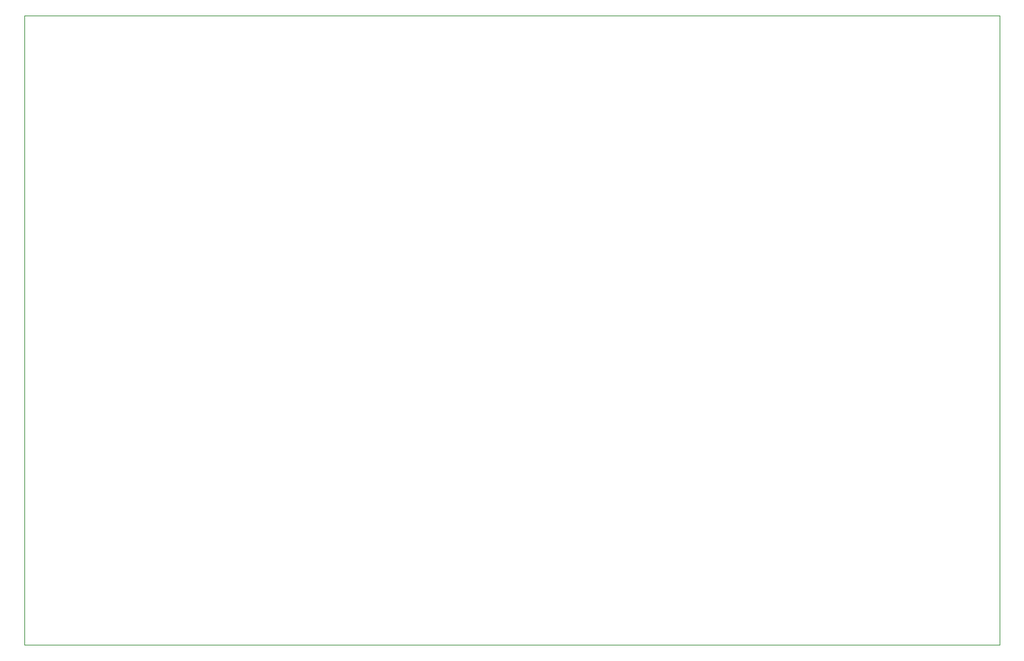
<source format=gbr>
%TF.GenerationSoftware,KiCad,Pcbnew,(7.0.0)*%
%TF.CreationDate,2023-09-29T18:22:51-04:00*%
%TF.ProjectId,Tinnitus Device 2,54696e6e-6974-4757-9320-446576696365,rev?*%
%TF.SameCoordinates,Original*%
%TF.FileFunction,Profile,NP*%
%FSLAX46Y46*%
G04 Gerber Fmt 4.6, Leading zero omitted, Abs format (unit mm)*
G04 Created by KiCad (PCBNEW (7.0.0)) date 2023-09-29 18:22:51*
%MOMM*%
%LPD*%
G01*
G04 APERTURE LIST*
%TA.AperFunction,Profile*%
%ADD10C,0.050000*%
%TD*%
G04 APERTURE END LIST*
D10*
X193040000Y-48260000D02*
X71120000Y-48260000D01*
X193040000Y-127000000D02*
X193040000Y-48260000D01*
X71120000Y-127000000D02*
X193040000Y-127000000D01*
X71120000Y-48260000D02*
X71120000Y-127000000D01*
M02*

</source>
